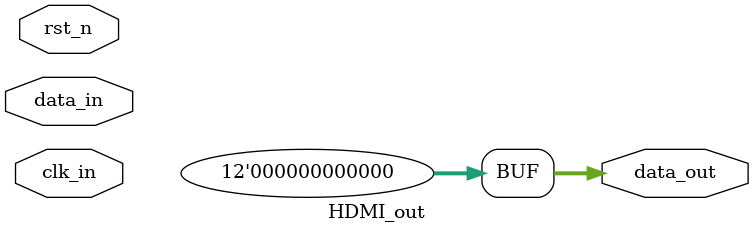
<source format=v>
module HDMI_out(	// file.cleaned.mlir:2:3
  input         clk_in,	// file.cleaned.mlir:2:26
                rst_n,	// file.cleaned.mlir:2:43
  input  [11:0] data_in,	// file.cleaned.mlir:2:59
  output [11:0] data_out	// file.cleaned.mlir:2:79
);

  assign data_out = 12'h0;	// file.cleaned.mlir:3:15, :4:5
endmodule


</source>
